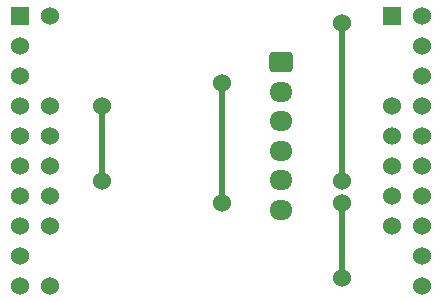
<source format=gbr>
%TF.GenerationSoftware,KiCad,Pcbnew,7.0.8*%
%TF.CreationDate,2024-04-03T00:29:43-07:00*%
%TF.ProjectId,PrintConnector - R1,5072696e-7443-46f6-9e6e-6563746f7220,rev?*%
%TF.SameCoordinates,Original*%
%TF.FileFunction,Copper,L2,Bot*%
%TF.FilePolarity,Positive*%
%FSLAX46Y46*%
G04 Gerber Fmt 4.6, Leading zero omitted, Abs format (unit mm)*
G04 Created by KiCad (PCBNEW 7.0.8) date 2024-04-03 00:29:43*
%MOMM*%
%LPD*%
G01*
G04 APERTURE LIST*
G04 Aperture macros list*
%AMRoundRect*
0 Rectangle with rounded corners*
0 $1 Rounding radius*
0 $2 $3 $4 $5 $6 $7 $8 $9 X,Y pos of 4 corners*
0 Add a 4 corners polygon primitive as box body*
4,1,4,$2,$3,$4,$5,$6,$7,$8,$9,$2,$3,0*
0 Add four circle primitives for the rounded corners*
1,1,$1+$1,$2,$3*
1,1,$1+$1,$4,$5*
1,1,$1+$1,$6,$7*
1,1,$1+$1,$8,$9*
0 Add four rect primitives between the rounded corners*
20,1,$1+$1,$2,$3,$4,$5,0*
20,1,$1+$1,$4,$5,$6,$7,0*
20,1,$1+$1,$6,$7,$8,$9,0*
20,1,$1+$1,$8,$9,$2,$3,0*%
G04 Aperture macros list end*
%TA.AperFunction,ComponentPad*%
%ADD10R,1.524000X1.524000*%
%TD*%
%TA.AperFunction,ComponentPad*%
%ADD11C,1.524000*%
%TD*%
%TA.AperFunction,ComponentPad*%
%ADD12RoundRect,0.250000X-0.725000X0.600000X-0.725000X-0.600000X0.725000X-0.600000X0.725000X0.600000X0*%
%TD*%
%TA.AperFunction,ComponentPad*%
%ADD13O,1.950000X1.700000*%
%TD*%
%TA.AperFunction,ViaPad*%
%ADD14C,1.524000*%
%TD*%
%TA.AperFunction,Conductor*%
%ADD15C,0.508000*%
%TD*%
G04 APERTURE END LIST*
D10*
%TO.P,J1,1,3V3*%
%TO.N,+3V3*%
X1270000Y24130000D03*
D11*
%TO.P,J1,2,SVP*%
%TO.N,unconnected-(J1-SVP-Pad2)*%
X1270000Y21590000D03*
%TO.P,J1,3,G34*%
%TO.N,unconnected-(J1-G34-Pad3)*%
X1270000Y19050000D03*
%TO.P,J1,4,G32*%
%TO.N,unconnected-(J1-G32-Pad4)*%
X1270000Y16510000D03*
%TO.P,J1,5,G25*%
%TO.N,unconnected-(J1-G25-Pad5)*%
X1270000Y13970000D03*
%TO.P,J1,6,G27*%
%TO.N,unconnected-(J1-G27-Pad6)*%
X1270000Y11430000D03*
%TO.P,J1,7,G12*%
%TO.N,unconnected-(J1-G12-Pad7)*%
X1270000Y8890000D03*
%TO.P,J1,8,SD2*%
%TO.N,unconnected-(J1-SD2-Pad8)*%
X1270000Y6350000D03*
%TO.P,J1,9,CMD*%
%TO.N,unconnected-(J1-CMD-Pad9)*%
X1270000Y3810000D03*
%TO.P,J1,10,GND*%
%TO.N,GND*%
X1270000Y1270000D03*
%TO.P,J1,11,GND*%
X3810000Y24130000D03*
%TO.P,J1,14,G35*%
%TO.N,unconnected-(J1-G35-Pad14)*%
X3810000Y16510000D03*
%TO.P,J1,15,G33*%
%TO.N,unconnected-(J1-G33-Pad15)*%
X3810000Y13970000D03*
%TO.P,J1,16,G26*%
%TO.N,unconnected-(J1-G26-Pad16)*%
X3810000Y11430000D03*
%TO.P,J1,17,G14*%
%TO.N,unconnected-(J1-G14-Pad17)*%
X3810000Y8890000D03*
%TO.P,J1,18,G13*%
%TO.N,unconnected-(J1-G13-Pad18)*%
X3810000Y6350000D03*
%TO.P,J1,20,5V*%
%TO.N,+5V*%
X3810000Y1270000D03*
D10*
%TO.P,J1,21,GND*%
%TO.N,GND*%
X32766000Y24130000D03*
D11*
%TO.P,J1,24,GND*%
X32766000Y16510000D03*
%TO.P,J1,25,G18*%
%TO.N,unconnected-(J1-G18-Pad25)*%
X32766000Y13970000D03*
%TO.P,J1,26,G17*%
%TO.N,unconnected-(J1-G17-Pad26)*%
X32766000Y11430000D03*
%TO.P,J1,27,G4*%
%TO.N,unconnected-(J1-G4-Pad27)*%
X32766000Y8890000D03*
%TO.P,J1,28,G2*%
%TO.N,unconnected-(J1-G2-Pad28)*%
X32766000Y6350000D03*
%TO.P,J1,31,G23*%
%TO.N,Net-(J1-G23)*%
X35306000Y24130000D03*
%TO.P,J1,32,G1/TXD*%
%TO.N,unconnected-(J1-G1{slash}TXD-Pad32)*%
X35306000Y21590000D03*
%TO.P,J1,33,G21*%
%TO.N,Net-(J1-G21)*%
X35306000Y19050000D03*
%TO.P,J1,34,G19*%
%TO.N,Net-(J1-G19)*%
X35306000Y16510000D03*
%TO.P,J1,35,G5*%
%TO.N,unconnected-(J1-G5-Pad35)*%
X35306000Y13970000D03*
%TO.P,J1,36,G16*%
%TO.N,unconnected-(J1-G16-Pad36)*%
X35306000Y11430000D03*
%TO.P,J1,37,G0*%
%TO.N,unconnected-(J1-G0-Pad37)*%
X35306000Y8890000D03*
%TO.P,J1,38,G15*%
%TO.N,unconnected-(J1-G15-Pad38)*%
X35306000Y6350000D03*
%TO.P,J1,39,SDO*%
%TO.N,unconnected-(J1-SDO-Pad39)*%
X35306000Y3810000D03*
%TO.P,J1,40,3V3*%
%TO.N,+3V3*%
X35306000Y1270000D03*
%TD*%
D12*
%TO.P,J2,1,Pin_1*%
%TO.N,+3V3*%
X23385000Y20220000D03*
D13*
%TO.P,J2,2,Pin_2*%
%TO.N,GND*%
X23385000Y17720000D03*
%TO.P,J2,3,Pin_3*%
%TO.N,Net-(J1-G23)*%
X23385000Y15220000D03*
%TO.P,J2,4,Pin_4*%
%TO.N,Net-(J1-G21)*%
X23385000Y12720000D03*
%TO.P,J2,5,Pin_5*%
%TO.N,Net-(J1-G19)*%
X23385000Y10220000D03*
%TO.P,J2,6,Pin_6*%
%TO.N,+3V3*%
X23385000Y7720000D03*
%TD*%
D14*
%TO.N,GND*%
X28575000Y23495000D03*
X28575000Y10160000D03*
X28575000Y8255000D03*
X28575000Y1905000D03*
X8255000Y10160000D03*
X8255000Y16510000D03*
X18415000Y8255000D03*
X18415000Y18415000D03*
%TD*%
D15*
%TO.N,GND*%
X28575000Y23495000D02*
X28575000Y10160000D01*
X28575000Y8255000D02*
X28575000Y1905000D01*
X8255000Y16510000D02*
X8255000Y10160000D01*
X18415000Y8255000D02*
X18415000Y18415000D01*
%TD*%
M02*

</source>
